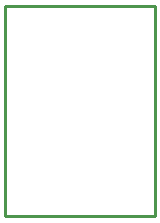
<source format=gbr>
G04 EAGLE Gerber RS-274X export*
G75*
%MOMM*%
%FSLAX34Y34*%
%LPD*%
%IN*%
%IPPOS*%
%AMOC8*
5,1,8,0,0,1.08239X$1,22.5*%
G01*
%ADD10C,0.254000*%


D10*
X0Y0D02*
X126800Y0D01*
X127000Y177800D01*
X0Y177800D01*
X0Y0D01*
M02*

</source>
